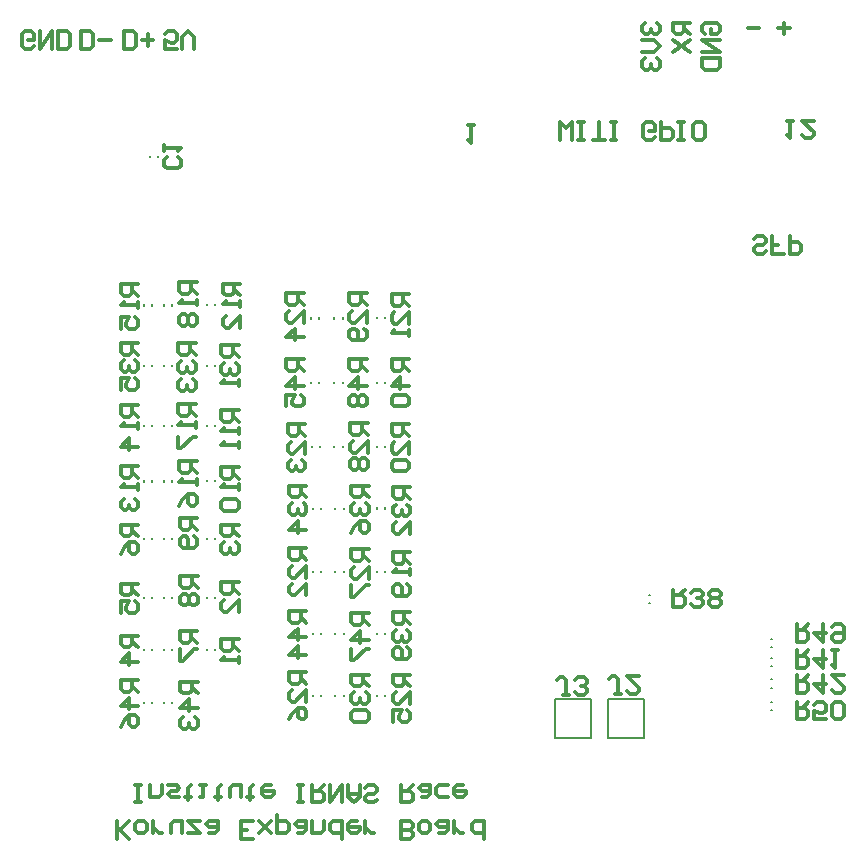
<source format=gbo>
G04 Layer_Color=32896*
%FSLAX25Y25*%
%MOIN*%
G70*
G01*
G75*
%ADD34C,0.00787*%
%ADD35C,0.01181*%
%ADD54C,0.00500*%
D34*
X271862Y73000D02*
X272256D01*
X271862Y75756D02*
X272256D01*
X143079Y174382D02*
Y174776D01*
X140323Y174382D02*
Y174776D01*
X143079Y90917D02*
Y91311D01*
X140323Y90917D02*
Y91311D01*
X143079Y132650D02*
Y133043D01*
X140323Y132650D02*
Y133043D01*
X143079Y196035D02*
Y196429D01*
X140323Y196035D02*
Y196429D01*
X143079Y153122D02*
Y153516D01*
X140323Y153122D02*
Y153516D01*
X143079Y111390D02*
Y111784D01*
X140323Y111390D02*
Y111784D01*
X143079Y70264D02*
Y70657D01*
X140323Y70264D02*
Y70657D01*
X126606Y90894D02*
Y91287D01*
X129362Y90894D02*
Y91287D01*
X126606Y132626D02*
Y133020D01*
X129362Y132626D02*
Y133020D01*
X126606Y111366D02*
Y111760D01*
X129362Y111366D02*
Y111760D01*
X126606Y70240D02*
Y70634D01*
X129362Y70240D02*
Y70634D01*
X126213Y153098D02*
Y153492D01*
X128969Y153098D02*
Y153492D01*
X126213Y174358D02*
Y174752D01*
X128969Y174358D02*
Y174752D01*
X126213Y196012D02*
Y196405D01*
X128969Y196012D02*
Y196405D01*
X118339Y174358D02*
Y174752D01*
X121095Y174358D02*
Y174752D01*
X118339Y196012D02*
Y196405D01*
X121095Y196012D02*
Y196405D01*
X118732Y153098D02*
Y153492D01*
X121488Y153098D02*
Y153492D01*
X119126Y132626D02*
Y133020D01*
X121882Y132626D02*
Y133020D01*
X119126Y111366D02*
Y111760D01*
X121882Y111366D02*
Y111760D01*
X119126Y90894D02*
Y91287D01*
X121882Y90894D02*
Y91287D01*
X119126Y70240D02*
Y70634D01*
X121882Y70240D02*
Y70634D01*
X86386Y180287D02*
Y180681D01*
X83630Y180287D02*
Y180681D01*
X86386Y200366D02*
Y200760D01*
X83630Y200366D02*
Y200760D01*
X86386Y160209D02*
Y160602D01*
X83630Y160209D02*
Y160602D01*
X86386Y141705D02*
Y142098D01*
X83630Y141705D02*
Y142098D01*
X86386Y122413D02*
Y122807D01*
X83630Y122413D02*
Y122807D01*
X86386Y102728D02*
Y103122D01*
X83630Y102728D02*
Y103122D01*
X83693Y85382D02*
Y85776D01*
X86449Y85382D02*
Y85776D01*
X69520Y67878D02*
Y68272D01*
X72276Y67878D02*
Y68272D01*
X69520Y180264D02*
Y180657D01*
X72276Y180264D02*
Y180657D01*
X69520Y200342D02*
Y200736D01*
X72276Y200342D02*
Y200736D01*
X69520Y160185D02*
Y160579D01*
X72276Y160185D02*
Y160579D01*
X69520Y141681D02*
Y142075D01*
X72276Y141681D02*
Y142075D01*
X69520Y122390D02*
Y122784D01*
X72276Y122390D02*
Y122784D01*
X69520Y102705D02*
Y103098D01*
X72276Y102705D02*
Y103098D01*
X72213Y85405D02*
Y85799D01*
X69457Y85405D02*
Y85799D01*
X62827Y67878D02*
Y68272D01*
X65583Y67878D02*
Y68272D01*
X62827Y180264D02*
Y180657D01*
X65583Y180264D02*
Y180657D01*
X62827Y200342D02*
Y200736D01*
X65583Y200342D02*
Y200736D01*
X62827Y160185D02*
Y160579D01*
X65583Y160185D02*
Y160579D01*
X62827Y141681D02*
Y142075D01*
X65583Y141681D02*
Y142075D01*
X62827Y122390D02*
Y122784D01*
X65583Y122390D02*
Y122784D01*
X62827Y102705D02*
Y103098D01*
X65583Y102705D02*
Y103098D01*
X65520Y85405D02*
Y85799D01*
X62764Y85405D02*
Y85799D01*
X64772Y249752D02*
Y250146D01*
X67528Y249752D02*
Y250146D01*
X231153Y101110D02*
X231547D01*
X231153Y103866D02*
X231547D01*
X271839Y68339D02*
X272232D01*
X271839Y65583D02*
X272232D01*
X271839Y89205D02*
X272232D01*
X271839Y86449D02*
X272232D01*
X271862Y80087D02*
X272256D01*
X271862Y82842D02*
X272256D01*
D35*
X53937Y22613D02*
Y28517D01*
Y26549D01*
X57873Y22613D01*
X54921Y25565D01*
X57873Y28517D01*
X60825D02*
X62792D01*
X63776Y27533D01*
Y25565D01*
X62792Y24581D01*
X60825D01*
X59841Y25565D01*
Y27533D01*
X60825Y28517D01*
X65744Y24581D02*
Y28517D01*
Y26549D01*
X66728Y25565D01*
X67712Y24581D01*
X68696D01*
X71648D02*
Y27533D01*
X72632Y28517D01*
X75583D01*
Y24581D01*
X77551D02*
X81487D01*
X77551Y28517D01*
X81487D01*
X84439Y24581D02*
X86407D01*
X87391Y25565D01*
Y28517D01*
X84439D01*
X83455Y27533D01*
X84439Y26549D01*
X87391D01*
X99198Y22613D02*
X95262D01*
Y28517D01*
X99198D01*
X95262Y25565D02*
X97230D01*
X101166Y24581D02*
X105102Y28517D01*
X103134Y26549D01*
X105102Y24581D01*
X101166Y28517D01*
X107069Y30485D02*
Y24581D01*
X110021D01*
X111005Y25565D01*
Y27533D01*
X110021Y28517D01*
X107069D01*
X113957Y24581D02*
X115925D01*
X116909Y25565D01*
Y28517D01*
X113957D01*
X112973Y27533D01*
X113957Y26549D01*
X116909D01*
X118877Y28517D02*
Y24581D01*
X121828D01*
X122812Y25565D01*
Y28517D01*
X128716Y22613D02*
Y28517D01*
X125764D01*
X124780Y27533D01*
Y25565D01*
X125764Y24581D01*
X128716D01*
X133636Y28517D02*
X131668D01*
X130684Y27533D01*
Y25565D01*
X131668Y24581D01*
X133636D01*
X134619Y25565D01*
Y26549D01*
X130684D01*
X136587Y24581D02*
Y28517D01*
Y26549D01*
X137571Y25565D01*
X138555Y24581D01*
X139539D01*
X148395Y22613D02*
Y28517D01*
X151346D01*
X152330Y27533D01*
Y26549D01*
X151346Y25565D01*
X148395D01*
X151346D01*
X152330Y24581D01*
Y23597D01*
X151346Y22613D01*
X148395D01*
X155282Y28517D02*
X157250D01*
X158234Y27533D01*
Y25565D01*
X157250Y24581D01*
X155282D01*
X154298Y25565D01*
Y27533D01*
X155282Y28517D01*
X161186Y24581D02*
X163154D01*
X164137Y25565D01*
Y28517D01*
X161186D01*
X160202Y27533D01*
X161186Y26549D01*
X164137D01*
X166105Y24581D02*
Y28517D01*
Y26549D01*
X167089Y25565D01*
X168073Y24581D01*
X169057D01*
X175945Y22613D02*
Y28517D01*
X172993D01*
X172009Y27533D01*
Y25565D01*
X172993Y24581D01*
X175945D01*
X59841Y34697D02*
X61809D01*
X60825D01*
Y40601D01*
X59841D01*
X61809D01*
X64760D02*
Y36665D01*
X67712D01*
X68696Y37649D01*
Y40601D01*
X70664D02*
X73616D01*
X74600Y39617D01*
X73616Y38633D01*
X71648D01*
X70664Y37649D01*
X71648Y36665D01*
X74600D01*
X77551Y35681D02*
Y36665D01*
X76568D01*
X78535D01*
X77551D01*
Y39617D01*
X78535Y40601D01*
X81487D02*
X83455D01*
X82471D01*
Y36665D01*
X81487D01*
X87391Y35681D02*
Y36665D01*
X86407D01*
X88375D01*
X87391D01*
Y39617D01*
X88375Y40601D01*
X91326Y36665D02*
Y39617D01*
X92310Y40601D01*
X95262D01*
Y36665D01*
X98214Y35681D02*
Y36665D01*
X97230D01*
X99198D01*
X98214D01*
Y39617D01*
X99198Y40601D01*
X105102D02*
X103134D01*
X102150Y39617D01*
Y37649D01*
X103134Y36665D01*
X105102D01*
X106086Y37649D01*
Y38633D01*
X102150D01*
X113957Y34697D02*
X115925D01*
X114941D01*
Y40601D01*
X113957D01*
X115925D01*
X118877D02*
Y34697D01*
X121828D01*
X122812Y35681D01*
Y37649D01*
X121828Y38633D01*
X118877D01*
X120844D02*
X122812Y40601D01*
X124780D02*
Y34697D01*
X128716Y40601D01*
Y34697D01*
X130684Y40601D02*
Y36665D01*
X132652Y34697D01*
X134620Y36665D01*
Y40601D01*
Y37649D01*
X130684D01*
X140523Y35681D02*
X139539Y34697D01*
X137571D01*
X136587Y35681D01*
Y36665D01*
X137571Y37649D01*
X139539D01*
X140523Y38633D01*
Y39617D01*
X139539Y40601D01*
X137571D01*
X136587Y39617D01*
X148395Y40601D02*
Y34697D01*
X151346D01*
X152330Y35681D01*
Y37649D01*
X151346Y38633D01*
X148395D01*
X150363D02*
X152330Y40601D01*
X155282Y36665D02*
X157250D01*
X158234Y37649D01*
Y40601D01*
X155282D01*
X154298Y39617D01*
X155282Y38633D01*
X158234D01*
X164138Y36665D02*
X161186D01*
X160202Y37649D01*
Y39617D01*
X161186Y40601D01*
X164138D01*
X169057D02*
X167089D01*
X166105Y39617D01*
Y37649D01*
X167089Y36665D01*
X169057D01*
X170041Y37649D01*
Y38633D01*
X166105D01*
X280315Y68307D02*
Y62404D01*
X283267D01*
X284251Y63387D01*
Y65355D01*
X283267Y66339D01*
X280315D01*
X282283D02*
X284251Y68307D01*
X290154Y62404D02*
X286219D01*
Y65355D01*
X288186Y64371D01*
X289170D01*
X290154Y65355D01*
Y67323D01*
X289170Y68307D01*
X287203D01*
X286219Y67323D01*
X292122Y63387D02*
X293106Y62404D01*
X295074D01*
X296058Y63387D01*
Y67323D01*
X295074Y68307D01*
X293106D01*
X292122Y67323D01*
Y63387D01*
X280315Y94095D02*
Y88191D01*
X283267D01*
X284251Y89175D01*
Y91143D01*
X283267Y92127D01*
X280315D01*
X282283D02*
X284251Y94095D01*
X289170D02*
Y88191D01*
X286219Y91143D01*
X290154D01*
X292122Y93111D02*
X293106Y94095D01*
X295074D01*
X296058Y93111D01*
Y89175D01*
X295074Y88191D01*
X293106D01*
X292122Y89175D01*
Y90159D01*
X293106Y91143D01*
X296058D01*
X280315Y77165D02*
Y71262D01*
X283267D01*
X284251Y72246D01*
Y74213D01*
X283267Y75197D01*
X280315D01*
X282283D02*
X284251Y77165D01*
X289170D02*
Y71262D01*
X286219Y74213D01*
X290154D01*
X296058Y77165D02*
X292122D01*
X296058Y73230D01*
Y72246D01*
X295074Y71262D01*
X293106D01*
X292122Y72246D01*
X280315Y85433D02*
Y79530D01*
X283267D01*
X284251Y80513D01*
Y82481D01*
X283267Y83465D01*
X280315D01*
X282283D02*
X284251Y85433D01*
X289170D02*
Y79530D01*
X286219Y82481D01*
X290154D01*
X292122Y85433D02*
X294090D01*
X293106D01*
Y79530D01*
X292122Y80513D01*
X204526Y70671D02*
X202558D01*
X203542D01*
Y75591D01*
X202558Y76575D01*
X201574D01*
X200591Y75591D01*
X206494Y71655D02*
X207478Y70671D01*
X209446D01*
X210430Y71655D01*
Y72639D01*
X209446Y73623D01*
X208462D01*
X209446D01*
X210430Y74607D01*
Y75591D01*
X209446Y76575D01*
X207478D01*
X206494Y75591D01*
X221849Y70868D02*
X219881D01*
X220865D01*
Y75788D01*
X219881Y76772D01*
X218897D01*
X217913Y75788D01*
X227753Y76772D02*
X223817D01*
X227753Y72836D01*
Y71852D01*
X226769Y70868D01*
X224801D01*
X223817Y71852D01*
X74250Y249959D02*
X75234Y248975D01*
Y247007D01*
X74250Y246024D01*
X70315D01*
X69331Y247007D01*
Y248975D01*
X70315Y249959D01*
X69331Y251927D02*
Y253895D01*
Y252911D01*
X75234D01*
X74250Y251927D01*
X94488Y89134D02*
X88585D01*
Y86182D01*
X89569Y85198D01*
X91536D01*
X92520Y86182D01*
Y89134D01*
Y87166D02*
X94488Y85198D01*
Y83230D02*
Y81262D01*
Y82246D01*
X88585D01*
X89569Y83230D01*
X94488Y108031D02*
X88585D01*
Y105080D01*
X89569Y104096D01*
X91536D01*
X92520Y105080D01*
Y108031D01*
Y106064D02*
X94488Y104096D01*
Y98192D02*
Y102128D01*
X90553Y98192D01*
X89569D01*
X88585Y99176D01*
Y101144D01*
X89569Y102128D01*
X94488Y127323D02*
X88585D01*
Y124371D01*
X89569Y123387D01*
X91536D01*
X92520Y124371D01*
Y127323D01*
Y125355D02*
X94488Y123387D01*
X89569Y121419D02*
X88585Y120435D01*
Y118467D01*
X89569Y117483D01*
X90553D01*
X91536Y118467D01*
Y119451D01*
Y118467D01*
X92520Y117483D01*
X93504D01*
X94488Y118467D01*
Y120435D01*
X93504Y121419D01*
X94488Y146614D02*
X88585D01*
Y143662D01*
X89569Y142678D01*
X91536D01*
X92520Y143662D01*
Y146614D01*
Y144646D02*
X94488Y142678D01*
Y140711D02*
Y138743D01*
Y139727D01*
X88585D01*
X89569Y140711D01*
Y135791D02*
X88585Y134807D01*
Y132839D01*
X89569Y131855D01*
X93504D01*
X94488Y132839D01*
Y134807D01*
X93504Y135791D01*
X89569D01*
X94488Y165512D02*
X88585D01*
Y162560D01*
X89569Y161576D01*
X91536D01*
X92520Y162560D01*
Y165512D01*
Y163544D02*
X94488Y161576D01*
Y159608D02*
Y157640D01*
Y158624D01*
X88585D01*
X89569Y159608D01*
X94488Y154689D02*
Y152721D01*
Y153705D01*
X88585D01*
X89569Y154689D01*
X60866Y90315D02*
X54962D01*
Y87363D01*
X55946Y86379D01*
X57914D01*
X58898Y87363D01*
Y90315D01*
Y88347D02*
X60866Y86379D01*
Y81460D02*
X54962D01*
X57914Y84411D01*
Y80476D01*
X60866Y107638D02*
X54962D01*
Y104686D01*
X55946Y103702D01*
X57914D01*
X58898Y104686D01*
Y107638D01*
Y105670D02*
X60866Y103702D01*
X54962Y97799D02*
Y101734D01*
X57914D01*
X56930Y99766D01*
Y98782D01*
X57914Y97799D01*
X59882D01*
X60866Y98782D01*
Y100750D01*
X59882Y101734D01*
X60866Y127323D02*
X54962D01*
Y124371D01*
X55946Y123387D01*
X57914D01*
X58898Y124371D01*
Y127323D01*
Y125355D02*
X60866Y123387D01*
X54962Y117483D02*
X55946Y119451D01*
X57914Y121419D01*
X59882D01*
X60866Y120435D01*
Y118467D01*
X59882Y117483D01*
X58898D01*
X57914Y118467D01*
Y121419D01*
X60866Y146811D02*
X54962D01*
Y143859D01*
X55946Y142875D01*
X57914D01*
X58898Y143859D01*
Y146811D01*
Y144843D02*
X60866Y142875D01*
Y140907D02*
Y138940D01*
Y139924D01*
X54962D01*
X55946Y140907D01*
Y135988D02*
X54962Y135004D01*
Y133036D01*
X55946Y132052D01*
X56930D01*
X57914Y133036D01*
Y134020D01*
Y133036D01*
X58898Y132052D01*
X59882D01*
X60866Y133036D01*
Y135004D01*
X59882Y135988D01*
X60866Y167087D02*
X54962D01*
Y164135D01*
X55946Y163151D01*
X57914D01*
X58898Y164135D01*
Y167087D01*
Y165119D02*
X60866Y163151D01*
Y161183D02*
Y159215D01*
Y160199D01*
X54962D01*
X55946Y161183D01*
X60866Y153312D02*
X54962D01*
X57914Y156263D01*
Y152328D01*
X80551Y91693D02*
X74648D01*
Y88741D01*
X75631Y87757D01*
X77599D01*
X78583Y88741D01*
Y91693D01*
Y89725D02*
X80551Y87757D01*
X74648Y85789D02*
Y81854D01*
X75631D01*
X79567Y85789D01*
X80551D01*
X80748Y110197D02*
X74844D01*
Y107245D01*
X75828Y106261D01*
X77796D01*
X78780Y107245D01*
Y110197D01*
Y108229D02*
X80748Y106261D01*
X75828Y104293D02*
X74844Y103309D01*
Y101341D01*
X75828Y100357D01*
X76812D01*
X77796Y101341D01*
X78780Y100357D01*
X79764D01*
X80748Y101341D01*
Y103309D01*
X79764Y104293D01*
X78780D01*
X77796Y103309D01*
X76812Y104293D01*
X75828D01*
X77796Y103309D02*
Y101341D01*
X80551Y129488D02*
X74648D01*
Y126536D01*
X75631Y125552D01*
X77599D01*
X78583Y126536D01*
Y129488D01*
Y127520D02*
X80551Y125552D01*
X79567Y123585D02*
X80551Y122601D01*
Y120633D01*
X79567Y119649D01*
X75631D01*
X74648Y120633D01*
Y122601D01*
X75631Y123585D01*
X76615D01*
X77599Y122601D01*
Y119649D01*
X80354Y148386D02*
X74451D01*
Y145434D01*
X75435Y144450D01*
X77403D01*
X78386Y145434D01*
Y148386D01*
Y146418D02*
X80354Y144450D01*
Y142482D02*
Y140514D01*
Y141498D01*
X74451D01*
X75435Y142482D01*
X74451Y133627D02*
X75435Y135595D01*
X77403Y137563D01*
X79370D01*
X80354Y136579D01*
Y134611D01*
X79370Y133627D01*
X78386D01*
X77403Y134611D01*
Y137563D01*
X80158Y167480D02*
X74254D01*
Y164529D01*
X75238Y163545D01*
X77206D01*
X78190Y164529D01*
Y167480D01*
Y165512D02*
X80158Y163545D01*
Y161577D02*
Y159609D01*
Y160593D01*
X74254D01*
X75238Y161577D01*
X74254Y156657D02*
Y152721D01*
X75238D01*
X79174Y156657D01*
X80158D01*
X94882Y207638D02*
X88978D01*
Y204686D01*
X89962Y203702D01*
X91930D01*
X92914Y204686D01*
Y207638D01*
Y205670D02*
X94882Y203702D01*
Y201734D02*
Y199766D01*
Y200750D01*
X88978D01*
X89962Y201734D01*
X94882Y192879D02*
Y196815D01*
X90946Y192879D01*
X89962D01*
X88978Y193863D01*
Y195831D01*
X89962Y196815D01*
X151575Y77323D02*
X145671D01*
Y74371D01*
X146655Y73387D01*
X148623D01*
X149607Y74371D01*
Y77323D01*
Y75355D02*
X151575Y73387D01*
Y67484D02*
Y71419D01*
X147639Y67484D01*
X146655D01*
X145671Y68467D01*
Y70435D01*
X146655Y71419D01*
X145671Y61580D02*
Y65516D01*
X148623D01*
X147639Y63548D01*
Y62564D01*
X148623Y61580D01*
X150591D01*
X151575Y62564D01*
Y64532D01*
X150591Y65516D01*
X151575Y118268D02*
X145671D01*
Y115316D01*
X146655Y114332D01*
X148623D01*
X149607Y115316D01*
Y118268D01*
Y116300D02*
X151575Y114332D01*
Y112364D02*
Y110396D01*
Y111380D01*
X145671D01*
X146655Y112364D01*
X150591Y107445D02*
X151575Y106460D01*
Y104493D01*
X150591Y103509D01*
X146655D01*
X145671Y104493D01*
Y106460D01*
X146655Y107445D01*
X147639D01*
X148623Y106460D01*
Y103509D01*
X151181Y160787D02*
X145278D01*
Y157836D01*
X146261Y156852D01*
X148229D01*
X149213Y157836D01*
Y160787D01*
Y158819D02*
X151181Y156852D01*
Y150948D02*
Y154884D01*
X147245Y150948D01*
X146261D01*
X145278Y151932D01*
Y153900D01*
X146261Y154884D01*
Y148980D02*
X145278Y147996D01*
Y146028D01*
X146261Y145045D01*
X150197D01*
X151181Y146028D01*
Y147996D01*
X150197Y148980D01*
X146261D01*
X151181Y204095D02*
X145278D01*
Y201143D01*
X146261Y200159D01*
X148229D01*
X149213Y201143D01*
Y204095D01*
Y202127D02*
X151181Y200159D01*
Y194255D02*
Y198191D01*
X147245Y194255D01*
X146261D01*
X145278Y195239D01*
Y197207D01*
X146261Y198191D01*
X151181Y192287D02*
Y190319D01*
Y191303D01*
X145278D01*
X146261Y192287D01*
X60866Y207441D02*
X54962D01*
Y204489D01*
X55946Y203505D01*
X57914D01*
X58898Y204489D01*
Y207441D01*
Y205473D02*
X60866Y203505D01*
Y201537D02*
Y199569D01*
Y200553D01*
X54962D01*
X55946Y201537D01*
X54962Y192682D02*
Y196618D01*
X57914D01*
X56930Y194650D01*
Y193666D01*
X57914Y192682D01*
X59882D01*
X60866Y193666D01*
Y195634D01*
X59882Y196618D01*
X116929Y78110D02*
X111026D01*
Y75158D01*
X112010Y74174D01*
X113977D01*
X114961Y75158D01*
Y78110D01*
Y76142D02*
X116929Y74174D01*
Y68271D02*
Y72207D01*
X112993Y68271D01*
X112010D01*
X111026Y69255D01*
Y71223D01*
X112010Y72207D01*
X111026Y62367D02*
X112010Y64335D01*
X113977Y66303D01*
X115945D01*
X116929Y65319D01*
Y63351D01*
X115945Y62367D01*
X114961D01*
X113977Y63351D01*
Y66303D01*
X116929Y119449D02*
X111026D01*
Y116497D01*
X112010Y115513D01*
X113977D01*
X114961Y116497D01*
Y119449D01*
Y117481D02*
X116929Y115513D01*
Y109609D02*
Y113545D01*
X112993Y109609D01*
X112010D01*
X111026Y110593D01*
Y112561D01*
X112010Y113545D01*
X116929Y103706D02*
Y107642D01*
X112993Y103706D01*
X112010D01*
X111026Y104690D01*
Y106658D01*
X112010Y107642D01*
X116535Y160787D02*
X110632D01*
Y157836D01*
X111616Y156852D01*
X113584D01*
X114568Y157836D01*
Y160787D01*
Y158819D02*
X116535Y156852D01*
Y150948D02*
Y154884D01*
X112600Y150948D01*
X111616D01*
X110632Y151932D01*
Y153900D01*
X111616Y154884D01*
Y148980D02*
X110632Y147996D01*
Y146028D01*
X111616Y145045D01*
X112600D01*
X113584Y146028D01*
Y147012D01*
Y146028D01*
X114568Y145045D01*
X115551D01*
X116535Y146028D01*
Y147996D01*
X115551Y148980D01*
X116142Y204488D02*
X110238D01*
Y201536D01*
X111222Y200553D01*
X113190D01*
X114174Y201536D01*
Y204488D01*
Y202520D02*
X116142Y200553D01*
Y194649D02*
Y198585D01*
X112206Y194649D01*
X111222D01*
X110238Y195633D01*
Y197601D01*
X111222Y198585D01*
X116142Y189729D02*
X110238D01*
X113190Y192681D01*
Y188745D01*
X80354Y208228D02*
X74451D01*
Y205276D01*
X75435Y204293D01*
X77403D01*
X78386Y205276D01*
Y208228D01*
Y206260D02*
X80354Y204293D01*
Y202325D02*
Y200357D01*
Y201341D01*
X74451D01*
X75435Y202325D01*
Y197405D02*
X74451Y196421D01*
Y194453D01*
X75435Y193469D01*
X76419D01*
X77403Y194453D01*
X78386Y193469D01*
X79370D01*
X80354Y194453D01*
Y196421D01*
X79370Y197405D01*
X78386D01*
X77403Y196421D01*
X76419Y197405D01*
X75435D01*
X77403Y196421D02*
Y194453D01*
X137795Y77323D02*
X131892D01*
Y74371D01*
X132876Y73387D01*
X134844D01*
X135827Y74371D01*
Y77323D01*
Y75355D02*
X137795Y73387D01*
X132876Y71419D02*
X131892Y70435D01*
Y68467D01*
X132876Y67484D01*
X133860D01*
X134844Y68467D01*
Y69451D01*
Y68467D01*
X135827Y67484D01*
X136811D01*
X137795Y68467D01*
Y70435D01*
X136811Y71419D01*
X132876Y65516D02*
X131892Y64532D01*
Y62564D01*
X132876Y61580D01*
X136811D01*
X137795Y62564D01*
Y64532D01*
X136811Y65516D01*
X132876D01*
X137795Y119055D02*
X131892D01*
Y116103D01*
X132876Y115119D01*
X134844D01*
X135827Y116103D01*
Y119055D01*
Y117087D02*
X137795Y115119D01*
Y109216D02*
Y113152D01*
X133860Y109216D01*
X132876D01*
X131892Y110200D01*
Y112168D01*
X132876Y113152D01*
X131892Y107248D02*
Y103312D01*
X132876D01*
X136811Y107248D01*
X137795D01*
X137441Y161181D02*
X131537D01*
Y158229D01*
X132521Y157245D01*
X134489D01*
X135473Y158229D01*
Y161181D01*
Y159213D02*
X137441Y157245D01*
Y151342D02*
Y155278D01*
X133505Y151342D01*
X132521D01*
X131537Y152326D01*
Y154294D01*
X132521Y155278D01*
Y149374D02*
X131537Y148390D01*
Y146422D01*
X132521Y145438D01*
X133505D01*
X134489Y146422D01*
X135473Y145438D01*
X136457D01*
X137441Y146422D01*
Y148390D01*
X136457Y149374D01*
X135473D01*
X134489Y148390D01*
X133505Y149374D01*
X132521D01*
X134489Y148390D02*
Y146422D01*
X137008Y204488D02*
X131104D01*
Y201536D01*
X132088Y200553D01*
X134056D01*
X135040Y201536D01*
Y204488D01*
Y202520D02*
X137008Y200553D01*
Y194649D02*
Y198585D01*
X133072Y194649D01*
X132088D01*
X131104Y195633D01*
Y197601D01*
X132088Y198585D01*
X136024Y192681D02*
X137008Y191697D01*
Y189729D01*
X136024Y188745D01*
X132088D01*
X131104Y189729D01*
Y191697D01*
X132088Y192681D01*
X133072D01*
X134056Y191697D01*
Y188745D01*
X94488Y187165D02*
X88585D01*
Y184214D01*
X89569Y183230D01*
X91536D01*
X92520Y184214D01*
Y187165D01*
Y185197D02*
X94488Y183230D01*
X89569Y181262D02*
X88585Y180278D01*
Y178310D01*
X89569Y177326D01*
X90553D01*
X91536Y178310D01*
Y179294D01*
Y178310D01*
X92520Y177326D01*
X93504D01*
X94488Y178310D01*
Y180278D01*
X93504Y181262D01*
X94488Y175358D02*
Y173390D01*
Y174374D01*
X88585D01*
X89569Y175358D01*
X151575Y139921D02*
X145671D01*
Y136969D01*
X146655Y135986D01*
X148623D01*
X149607Y136969D01*
Y139921D01*
Y137953D02*
X151575Y135986D01*
X146655Y134018D02*
X145671Y133034D01*
Y131066D01*
X146655Y130082D01*
X147639D01*
X148623Y131066D01*
Y132050D01*
Y131066D01*
X149607Y130082D01*
X150591D01*
X151575Y131066D01*
Y133034D01*
X150591Y134018D01*
X151575Y124178D02*
Y128114D01*
X147639Y124178D01*
X146655D01*
X145671Y125162D01*
Y127130D01*
X146655Y128114D01*
X80158Y187756D02*
X74254D01*
Y184804D01*
X75238Y183820D01*
X77206D01*
X78190Y184804D01*
Y187756D01*
Y185788D02*
X80158Y183820D01*
X75238Y181852D02*
X74254Y180868D01*
Y178901D01*
X75238Y177917D01*
X76222D01*
X77206Y178901D01*
Y179884D01*
Y178901D01*
X78190Y177917D01*
X79174D01*
X80158Y178901D01*
Y180868D01*
X79174Y181852D01*
X75238Y175949D02*
X74254Y174965D01*
Y172997D01*
X75238Y172013D01*
X76222D01*
X77206Y172997D01*
Y173981D01*
Y172997D01*
X78190Y172013D01*
X79174D01*
X80158Y172997D01*
Y174965D01*
X79174Y175949D01*
X116929Y140315D02*
X111026D01*
Y137363D01*
X112010Y136379D01*
X113977D01*
X114961Y137363D01*
Y140315D01*
Y138347D02*
X116929Y136379D01*
X112010Y134411D02*
X111026Y133427D01*
Y131460D01*
X112010Y130476D01*
X112993D01*
X113977Y131460D01*
Y132443D01*
Y131460D01*
X114961Y130476D01*
X115945D01*
X116929Y131460D01*
Y133427D01*
X115945Y134411D01*
X116929Y125556D02*
X111026D01*
X113977Y128508D01*
Y124572D01*
X60866Y187953D02*
X54962D01*
Y185001D01*
X55946Y184017D01*
X57914D01*
X58898Y185001D01*
Y187953D01*
Y185985D02*
X60866Y184017D01*
X55946Y182049D02*
X54962Y181065D01*
Y179097D01*
X55946Y178113D01*
X56930D01*
X57914Y179097D01*
Y180081D01*
Y179097D01*
X58898Y178113D01*
X59882D01*
X60866Y179097D01*
Y181065D01*
X59882Y182049D01*
X54962Y172210D02*
Y176146D01*
X57914D01*
X56930Y174178D01*
Y173194D01*
X57914Y172210D01*
X59882D01*
X60866Y173194D01*
Y175162D01*
X59882Y176146D01*
X137795Y140315D02*
X131892D01*
Y137363D01*
X132876Y136379D01*
X134844D01*
X135827Y137363D01*
Y140315D01*
Y138347D02*
X137795Y136379D01*
X132876Y134411D02*
X131892Y133427D01*
Y131460D01*
X132876Y130476D01*
X133860D01*
X134844Y131460D01*
Y132443D01*
Y131460D01*
X135827Y130476D01*
X136811D01*
X137795Y131460D01*
Y133427D01*
X136811Y134411D01*
X131892Y124572D02*
X132876Y126540D01*
X134844Y128508D01*
X136811D01*
X137795Y127524D01*
Y125556D01*
X136811Y124572D01*
X135827D01*
X134844Y125556D01*
Y128508D01*
X239213Y105669D02*
Y99766D01*
X242164D01*
X243148Y100750D01*
Y102717D01*
X242164Y103701D01*
X239213D01*
X241180D02*
X243148Y105669D01*
X245116Y100750D02*
X246100Y99766D01*
X248068D01*
X249052Y100750D01*
Y101734D01*
X248068Y102717D01*
X247084D01*
X248068D01*
X249052Y103701D01*
Y104685D01*
X248068Y105669D01*
X246100D01*
X245116Y104685D01*
X251020Y100750D02*
X252004Y99766D01*
X253972D01*
X254956Y100750D01*
Y101734D01*
X253972Y102717D01*
X254956Y103701D01*
Y104685D01*
X253972Y105669D01*
X252004D01*
X251020Y104685D01*
Y103701D01*
X252004Y102717D01*
X251020Y101734D01*
Y100750D01*
X252004Y102717D02*
X253972D01*
X151575Y98189D02*
X145671D01*
Y95237D01*
X146655Y94253D01*
X148623D01*
X149607Y95237D01*
Y98189D01*
Y96221D02*
X151575Y94253D01*
X146655Y92285D02*
X145671Y91301D01*
Y89334D01*
X146655Y88350D01*
X147639D01*
X148623Y89334D01*
Y90317D01*
Y89334D01*
X149607Y88350D01*
X150591D01*
X151575Y89334D01*
Y91301D01*
X150591Y92285D01*
Y86382D02*
X151575Y85398D01*
Y83430D01*
X150591Y82446D01*
X146655D01*
X145671Y83430D01*
Y85398D01*
X146655Y86382D01*
X147639D01*
X148623Y85398D01*
Y82446D01*
X151181Y182441D02*
X145278D01*
Y179489D01*
X146261Y178505D01*
X148229D01*
X149213Y179489D01*
Y182441D01*
Y180473D02*
X151181Y178505D01*
Y173585D02*
X145278D01*
X148229Y176537D01*
Y172602D01*
X146261Y170634D02*
X145278Y169650D01*
Y167682D01*
X146261Y166698D01*
X150197D01*
X151181Y167682D01*
Y169650D01*
X150197Y170634D01*
X146261D01*
X80748Y74961D02*
X74844D01*
Y72009D01*
X75828Y71025D01*
X77796D01*
X78780Y72009D01*
Y74961D01*
Y72993D02*
X80748Y71025D01*
Y66105D02*
X74844D01*
X77796Y69057D01*
Y65121D01*
X75828Y63153D02*
X74844Y62169D01*
Y60202D01*
X75828Y59218D01*
X76812D01*
X77796Y60202D01*
Y61186D01*
Y60202D01*
X78780Y59218D01*
X79764D01*
X80748Y60202D01*
Y62169D01*
X79764Y63153D01*
X116929Y98583D02*
X111026D01*
Y95631D01*
X112010Y94647D01*
X113977D01*
X114961Y95631D01*
Y98583D01*
Y96615D02*
X116929Y94647D01*
Y89727D02*
X111026D01*
X113977Y92679D01*
Y88743D01*
X116929Y83824D02*
X111026D01*
X113977Y86775D01*
Y82840D01*
X116142Y182441D02*
X110238D01*
Y179489D01*
X111222Y178505D01*
X113190D01*
X114174Y179489D01*
Y182441D01*
Y180473D02*
X116142Y178505D01*
Y173585D02*
X110238D01*
X113190Y176537D01*
Y172602D01*
X110238Y166698D02*
Y170634D01*
X113190D01*
X112206Y168666D01*
Y167682D01*
X113190Y166698D01*
X115158D01*
X116142Y167682D01*
Y169650D01*
X115158Y170634D01*
X137795Y97795D02*
X131892D01*
Y94844D01*
X132876Y93860D01*
X134844D01*
X135827Y94844D01*
Y97795D01*
Y95827D02*
X137795Y93860D01*
Y88940D02*
X131892D01*
X134844Y91892D01*
Y87956D01*
X131892Y85988D02*
Y82052D01*
X132876D01*
X136811Y85988D01*
X137795D01*
X137008Y182441D02*
X131104D01*
Y179489D01*
X132088Y178505D01*
X134056D01*
X135040Y179489D01*
Y182441D01*
Y180473D02*
X137008Y178505D01*
Y173585D02*
X131104D01*
X134056Y176537D01*
Y172602D01*
X132088Y170634D02*
X131104Y169650D01*
Y167682D01*
X132088Y166698D01*
X133072D01*
X134056Y167682D01*
X135040Y166698D01*
X136024D01*
X137008Y167682D01*
Y169650D01*
X136024Y170634D01*
X135040D01*
X134056Y169650D01*
X133072Y170634D01*
X132088D01*
X134056Y169650D02*
Y167682D01*
X60866Y75551D02*
X54962D01*
Y72599D01*
X55946Y71615D01*
X57914D01*
X58898Y72599D01*
Y75551D01*
Y73583D02*
X60866Y71615D01*
Y66696D02*
X54962D01*
X57914Y69648D01*
Y65712D01*
X54962Y59808D02*
X55946Y61776D01*
X57914Y63744D01*
X59882D01*
X60866Y62760D01*
Y60792D01*
X59882Y59808D01*
X58898D01*
X57914Y60792D01*
Y63744D01*
X201575Y255671D02*
Y261575D01*
X203543Y259607D01*
X205510Y261575D01*
Y255671D01*
X207478D02*
X209446D01*
X208462D01*
Y261575D01*
X207478D01*
X209446D01*
X212398Y255671D02*
X216334D01*
X214366D01*
Y261575D01*
X218302Y255671D02*
X220269D01*
X219286D01*
Y261575D01*
X218302D01*
X220269D01*
X233061Y256655D02*
X232077Y255671D01*
X230109D01*
X229125Y256655D01*
Y260591D01*
X230109Y261575D01*
X232077D01*
X233061Y260591D01*
Y258623D01*
X231093D01*
X235029Y261575D02*
Y255671D01*
X237980D01*
X238964Y256655D01*
Y258623D01*
X237980Y259607D01*
X235029D01*
X240932Y255671D02*
X242900D01*
X241916D01*
Y261575D01*
X240932D01*
X242900D01*
X248804Y255671D02*
X246836D01*
X245852Y256655D01*
Y260591D01*
X246836Y261575D01*
X248804D01*
X249787Y260591D01*
Y256655D01*
X248804Y255671D01*
X277165Y261968D02*
X279133D01*
X278149D01*
Y256065D01*
X277165Y257049D01*
X286021Y261968D02*
X282085D01*
X286021Y258033D01*
Y257049D01*
X285037Y256065D01*
X283069D01*
X282085Y257049D01*
X170866Y260394D02*
X172834D01*
X171850D01*
Y254490D01*
X170866Y255474D01*
X263976Y292718D02*
X267912D01*
X274016D02*
X277952D01*
X275984Y290750D02*
Y294685D01*
X244882Y294646D02*
X238978D01*
Y291694D01*
X239962Y290710D01*
X241930D01*
X242914Y291694D01*
Y294646D01*
Y292678D02*
X244882Y290710D01*
X238978Y288742D02*
X244882Y284806D01*
X238978D02*
X244882Y288742D01*
X249805Y290710D02*
X248821Y291694D01*
Y293662D01*
X249805Y294646D01*
X253741D01*
X254724Y293662D01*
Y291694D01*
X253741Y290710D01*
X251773D01*
Y292678D01*
X254724Y288742D02*
X248821D01*
X254724Y284806D01*
X248821D01*
Y282839D02*
X254724D01*
Y279887D01*
X253741Y278903D01*
X249805D01*
X248821Y279887D01*
Y282839D01*
X229726Y294646D02*
X228742Y293662D01*
Y291694D01*
X229726Y290710D01*
X230710D01*
X231694Y291694D01*
Y292678D01*
Y291694D01*
X232678Y290710D01*
X233662D01*
X234646Y291694D01*
Y293662D01*
X233662Y294646D01*
X228742Y288742D02*
X232678D01*
X234646Y286774D01*
X232678Y284806D01*
X228742D01*
X229726Y282839D02*
X228742Y281855D01*
Y279887D01*
X229726Y278903D01*
X230710D01*
X231694Y279887D01*
Y280871D01*
Y279887D01*
X232678Y278903D01*
X233662D01*
X234646Y279887D01*
Y281855D01*
X233662Y282839D01*
X270077Y218466D02*
X269093Y217482D01*
X267126D01*
X266142Y218466D01*
Y219450D01*
X267126Y220434D01*
X269093D01*
X270077Y221418D01*
Y222402D01*
X269093Y223386D01*
X267126D01*
X266142Y222402D01*
X275981Y217482D02*
X272045D01*
Y220434D01*
X274013D01*
X272045D01*
Y223386D01*
X277949D02*
Y217482D01*
X280901D01*
X281885Y218466D01*
Y220434D01*
X280901Y221418D01*
X277949D01*
X26180Y286813D02*
X25196Y285829D01*
X23228D01*
X22244Y286813D01*
Y290748D01*
X23228Y291732D01*
X25196D01*
X26180Y290748D01*
Y288780D01*
X24212D01*
X28148Y291732D02*
Y285829D01*
X32083Y291732D01*
Y285829D01*
X34051D02*
Y291732D01*
X37003D01*
X37987Y290748D01*
Y286813D01*
X37003Y285829D01*
X34051D01*
X56102D02*
Y291732D01*
X59054D01*
X60038Y290748D01*
Y286813D01*
X59054Y285829D01*
X56102D01*
X62006Y288780D02*
X65942D01*
X63974Y286813D02*
Y290748D01*
X41929Y285829D02*
Y291732D01*
X44881D01*
X45865Y290748D01*
Y286813D01*
X44881Y285829D01*
X41929D01*
X47833Y288780D02*
X51768D01*
X73621Y285829D02*
X69685D01*
Y288780D01*
X71653Y287796D01*
X72637D01*
X73621Y288780D01*
Y290748D01*
X72637Y291732D01*
X70669D01*
X69685Y290748D01*
X75589Y285829D02*
Y289764D01*
X77557Y291732D01*
X79524Y289764D01*
Y285829D01*
D54*
X199709Y56295D02*
Y69295D01*
X211709D01*
Y56295D02*
Y69295D01*
X199709Y56295D02*
X211709D01*
X229425D02*
Y69295D01*
X217425Y56295D02*
X229425D01*
X217425D02*
Y69295D01*
X229425D01*
M02*

</source>
